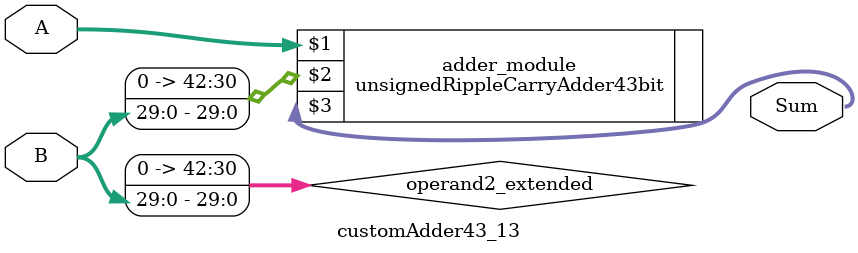
<source format=v>
module customAdder43_13(
                        input [42 : 0] A,
                        input [29 : 0] B,
                        
                        output [43 : 0] Sum
                );

        wire [42 : 0] operand2_extended;
        
        assign operand2_extended =  {13'b0, B};
        
        unsignedRippleCarryAdder43bit adder_module(
            A,
            operand2_extended,
            Sum
        );
        
        endmodule
        
</source>
